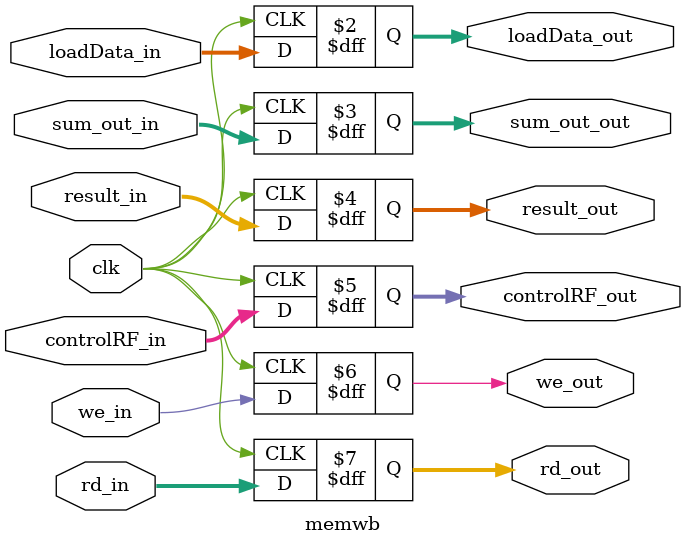
<source format=v>
module memwb(
    input wire clk,
    input wire [31:0] loadData_in,
    input wire [31:0] sum_out_in,
    input wire [31:0] result_in,
    input wire [1:0] controlRF_in,
    input wire we_in,
    input wire [4:0] rd_in,
    output reg [31:0] loadData_out,
    output reg [31:0] sum_out_out,
    output reg [31:0] result_out,
    output reg [1:0] controlRF_out,
    output reg we_out,
    output reg [4:0] rd_out
);

always @(posedge clk) begin
    loadData_out <= loadData_in;
    sum_out_out <= sum_out_in;
    result_out <= result_in;
    controlRF_out <= controlRF_in;
    we_out <= we_in;
    rd_out <= rd_in;
end

endmodule
</source>
